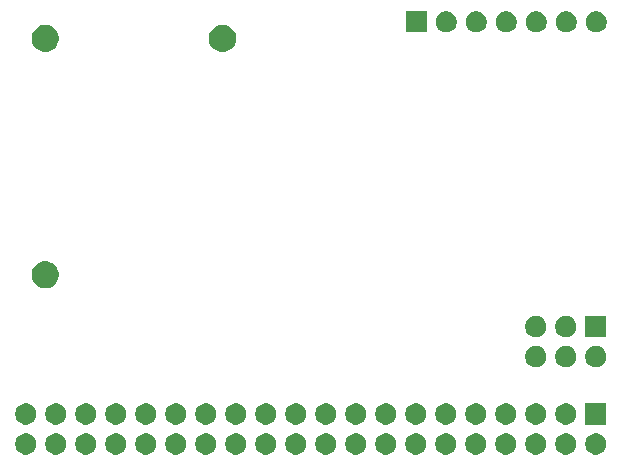
<source format=gbr>
%TF.GenerationSoftware,KiCad,Pcbnew,5.1.5*%
%TF.CreationDate,2020-05-13T22:00:42+02:00*%
%TF.ProjectId,thinkpad-keyboard,7468696e-6b70-4616-942d-6b6579626f61,rev?*%
%TF.SameCoordinates,Original*%
%TF.FileFunction,Soldermask,Bot*%
%TF.FilePolarity,Negative*%
%FSLAX46Y46*%
G04 Gerber Fmt 4.6, Leading zero omitted, Abs format (unit mm)*
G04 Created by KiCad (PCBNEW 5.1.5) date 2020-05-13 22:00:42*
%MOMM*%
%LPD*%
G04 APERTURE LIST*
%ADD10C,0.050000*%
G04 APERTURE END LIST*
D10*
G36*
X150113512Y-106443927D02*
G01*
X150262812Y-106473624D01*
X150426784Y-106541544D01*
X150574354Y-106640147D01*
X150699853Y-106765646D01*
X150798456Y-106913216D01*
X150866376Y-107077188D01*
X150901000Y-107251259D01*
X150901000Y-107428741D01*
X150866376Y-107602812D01*
X150798456Y-107766784D01*
X150699853Y-107914354D01*
X150574354Y-108039853D01*
X150426784Y-108138456D01*
X150262812Y-108206376D01*
X150113512Y-108236073D01*
X150088742Y-108241000D01*
X149911258Y-108241000D01*
X149886488Y-108236073D01*
X149737188Y-108206376D01*
X149573216Y-108138456D01*
X149425646Y-108039853D01*
X149300147Y-107914354D01*
X149201544Y-107766784D01*
X149133624Y-107602812D01*
X149099000Y-107428741D01*
X149099000Y-107251259D01*
X149133624Y-107077188D01*
X149201544Y-106913216D01*
X149300147Y-106765646D01*
X149425646Y-106640147D01*
X149573216Y-106541544D01*
X149737188Y-106473624D01*
X149886488Y-106443927D01*
X149911258Y-106439000D01*
X150088742Y-106439000D01*
X150113512Y-106443927D01*
G37*
G36*
X124713512Y-106443927D02*
G01*
X124862812Y-106473624D01*
X125026784Y-106541544D01*
X125174354Y-106640147D01*
X125299853Y-106765646D01*
X125398456Y-106913216D01*
X125466376Y-107077188D01*
X125501000Y-107251259D01*
X125501000Y-107428741D01*
X125466376Y-107602812D01*
X125398456Y-107766784D01*
X125299853Y-107914354D01*
X125174354Y-108039853D01*
X125026784Y-108138456D01*
X124862812Y-108206376D01*
X124713512Y-108236073D01*
X124688742Y-108241000D01*
X124511258Y-108241000D01*
X124486488Y-108236073D01*
X124337188Y-108206376D01*
X124173216Y-108138456D01*
X124025646Y-108039853D01*
X123900147Y-107914354D01*
X123801544Y-107766784D01*
X123733624Y-107602812D01*
X123699000Y-107428741D01*
X123699000Y-107251259D01*
X123733624Y-107077188D01*
X123801544Y-106913216D01*
X123900147Y-106765646D01*
X124025646Y-106640147D01*
X124173216Y-106541544D01*
X124337188Y-106473624D01*
X124486488Y-106443927D01*
X124511258Y-106439000D01*
X124688742Y-106439000D01*
X124713512Y-106443927D01*
G37*
G36*
X101853512Y-106443927D02*
G01*
X102002812Y-106473624D01*
X102166784Y-106541544D01*
X102314354Y-106640147D01*
X102439853Y-106765646D01*
X102538456Y-106913216D01*
X102606376Y-107077188D01*
X102641000Y-107251259D01*
X102641000Y-107428741D01*
X102606376Y-107602812D01*
X102538456Y-107766784D01*
X102439853Y-107914354D01*
X102314354Y-108039853D01*
X102166784Y-108138456D01*
X102002812Y-108206376D01*
X101853512Y-108236073D01*
X101828742Y-108241000D01*
X101651258Y-108241000D01*
X101626488Y-108236073D01*
X101477188Y-108206376D01*
X101313216Y-108138456D01*
X101165646Y-108039853D01*
X101040147Y-107914354D01*
X100941544Y-107766784D01*
X100873624Y-107602812D01*
X100839000Y-107428741D01*
X100839000Y-107251259D01*
X100873624Y-107077188D01*
X100941544Y-106913216D01*
X101040147Y-106765646D01*
X101165646Y-106640147D01*
X101313216Y-106541544D01*
X101477188Y-106473624D01*
X101626488Y-106443927D01*
X101651258Y-106439000D01*
X101828742Y-106439000D01*
X101853512Y-106443927D01*
G37*
G36*
X104393512Y-106443927D02*
G01*
X104542812Y-106473624D01*
X104706784Y-106541544D01*
X104854354Y-106640147D01*
X104979853Y-106765646D01*
X105078456Y-106913216D01*
X105146376Y-107077188D01*
X105181000Y-107251259D01*
X105181000Y-107428741D01*
X105146376Y-107602812D01*
X105078456Y-107766784D01*
X104979853Y-107914354D01*
X104854354Y-108039853D01*
X104706784Y-108138456D01*
X104542812Y-108206376D01*
X104393512Y-108236073D01*
X104368742Y-108241000D01*
X104191258Y-108241000D01*
X104166488Y-108236073D01*
X104017188Y-108206376D01*
X103853216Y-108138456D01*
X103705646Y-108039853D01*
X103580147Y-107914354D01*
X103481544Y-107766784D01*
X103413624Y-107602812D01*
X103379000Y-107428741D01*
X103379000Y-107251259D01*
X103413624Y-107077188D01*
X103481544Y-106913216D01*
X103580147Y-106765646D01*
X103705646Y-106640147D01*
X103853216Y-106541544D01*
X104017188Y-106473624D01*
X104166488Y-106443927D01*
X104191258Y-106439000D01*
X104368742Y-106439000D01*
X104393512Y-106443927D01*
G37*
G36*
X106933512Y-106443927D02*
G01*
X107082812Y-106473624D01*
X107246784Y-106541544D01*
X107394354Y-106640147D01*
X107519853Y-106765646D01*
X107618456Y-106913216D01*
X107686376Y-107077188D01*
X107721000Y-107251259D01*
X107721000Y-107428741D01*
X107686376Y-107602812D01*
X107618456Y-107766784D01*
X107519853Y-107914354D01*
X107394354Y-108039853D01*
X107246784Y-108138456D01*
X107082812Y-108206376D01*
X106933512Y-108236073D01*
X106908742Y-108241000D01*
X106731258Y-108241000D01*
X106706488Y-108236073D01*
X106557188Y-108206376D01*
X106393216Y-108138456D01*
X106245646Y-108039853D01*
X106120147Y-107914354D01*
X106021544Y-107766784D01*
X105953624Y-107602812D01*
X105919000Y-107428741D01*
X105919000Y-107251259D01*
X105953624Y-107077188D01*
X106021544Y-106913216D01*
X106120147Y-106765646D01*
X106245646Y-106640147D01*
X106393216Y-106541544D01*
X106557188Y-106473624D01*
X106706488Y-106443927D01*
X106731258Y-106439000D01*
X106908742Y-106439000D01*
X106933512Y-106443927D01*
G37*
G36*
X109473512Y-106443927D02*
G01*
X109622812Y-106473624D01*
X109786784Y-106541544D01*
X109934354Y-106640147D01*
X110059853Y-106765646D01*
X110158456Y-106913216D01*
X110226376Y-107077188D01*
X110261000Y-107251259D01*
X110261000Y-107428741D01*
X110226376Y-107602812D01*
X110158456Y-107766784D01*
X110059853Y-107914354D01*
X109934354Y-108039853D01*
X109786784Y-108138456D01*
X109622812Y-108206376D01*
X109473512Y-108236073D01*
X109448742Y-108241000D01*
X109271258Y-108241000D01*
X109246488Y-108236073D01*
X109097188Y-108206376D01*
X108933216Y-108138456D01*
X108785646Y-108039853D01*
X108660147Y-107914354D01*
X108561544Y-107766784D01*
X108493624Y-107602812D01*
X108459000Y-107428741D01*
X108459000Y-107251259D01*
X108493624Y-107077188D01*
X108561544Y-106913216D01*
X108660147Y-106765646D01*
X108785646Y-106640147D01*
X108933216Y-106541544D01*
X109097188Y-106473624D01*
X109246488Y-106443927D01*
X109271258Y-106439000D01*
X109448742Y-106439000D01*
X109473512Y-106443927D01*
G37*
G36*
X112013512Y-106443927D02*
G01*
X112162812Y-106473624D01*
X112326784Y-106541544D01*
X112474354Y-106640147D01*
X112599853Y-106765646D01*
X112698456Y-106913216D01*
X112766376Y-107077188D01*
X112801000Y-107251259D01*
X112801000Y-107428741D01*
X112766376Y-107602812D01*
X112698456Y-107766784D01*
X112599853Y-107914354D01*
X112474354Y-108039853D01*
X112326784Y-108138456D01*
X112162812Y-108206376D01*
X112013512Y-108236073D01*
X111988742Y-108241000D01*
X111811258Y-108241000D01*
X111786488Y-108236073D01*
X111637188Y-108206376D01*
X111473216Y-108138456D01*
X111325646Y-108039853D01*
X111200147Y-107914354D01*
X111101544Y-107766784D01*
X111033624Y-107602812D01*
X110999000Y-107428741D01*
X110999000Y-107251259D01*
X111033624Y-107077188D01*
X111101544Y-106913216D01*
X111200147Y-106765646D01*
X111325646Y-106640147D01*
X111473216Y-106541544D01*
X111637188Y-106473624D01*
X111786488Y-106443927D01*
X111811258Y-106439000D01*
X111988742Y-106439000D01*
X112013512Y-106443927D01*
G37*
G36*
X114553512Y-106443927D02*
G01*
X114702812Y-106473624D01*
X114866784Y-106541544D01*
X115014354Y-106640147D01*
X115139853Y-106765646D01*
X115238456Y-106913216D01*
X115306376Y-107077188D01*
X115341000Y-107251259D01*
X115341000Y-107428741D01*
X115306376Y-107602812D01*
X115238456Y-107766784D01*
X115139853Y-107914354D01*
X115014354Y-108039853D01*
X114866784Y-108138456D01*
X114702812Y-108206376D01*
X114553512Y-108236073D01*
X114528742Y-108241000D01*
X114351258Y-108241000D01*
X114326488Y-108236073D01*
X114177188Y-108206376D01*
X114013216Y-108138456D01*
X113865646Y-108039853D01*
X113740147Y-107914354D01*
X113641544Y-107766784D01*
X113573624Y-107602812D01*
X113539000Y-107428741D01*
X113539000Y-107251259D01*
X113573624Y-107077188D01*
X113641544Y-106913216D01*
X113740147Y-106765646D01*
X113865646Y-106640147D01*
X114013216Y-106541544D01*
X114177188Y-106473624D01*
X114326488Y-106443927D01*
X114351258Y-106439000D01*
X114528742Y-106439000D01*
X114553512Y-106443927D01*
G37*
G36*
X117093512Y-106443927D02*
G01*
X117242812Y-106473624D01*
X117406784Y-106541544D01*
X117554354Y-106640147D01*
X117679853Y-106765646D01*
X117778456Y-106913216D01*
X117846376Y-107077188D01*
X117881000Y-107251259D01*
X117881000Y-107428741D01*
X117846376Y-107602812D01*
X117778456Y-107766784D01*
X117679853Y-107914354D01*
X117554354Y-108039853D01*
X117406784Y-108138456D01*
X117242812Y-108206376D01*
X117093512Y-108236073D01*
X117068742Y-108241000D01*
X116891258Y-108241000D01*
X116866488Y-108236073D01*
X116717188Y-108206376D01*
X116553216Y-108138456D01*
X116405646Y-108039853D01*
X116280147Y-107914354D01*
X116181544Y-107766784D01*
X116113624Y-107602812D01*
X116079000Y-107428741D01*
X116079000Y-107251259D01*
X116113624Y-107077188D01*
X116181544Y-106913216D01*
X116280147Y-106765646D01*
X116405646Y-106640147D01*
X116553216Y-106541544D01*
X116717188Y-106473624D01*
X116866488Y-106443927D01*
X116891258Y-106439000D01*
X117068742Y-106439000D01*
X117093512Y-106443927D01*
G37*
G36*
X119633512Y-106443927D02*
G01*
X119782812Y-106473624D01*
X119946784Y-106541544D01*
X120094354Y-106640147D01*
X120219853Y-106765646D01*
X120318456Y-106913216D01*
X120386376Y-107077188D01*
X120421000Y-107251259D01*
X120421000Y-107428741D01*
X120386376Y-107602812D01*
X120318456Y-107766784D01*
X120219853Y-107914354D01*
X120094354Y-108039853D01*
X119946784Y-108138456D01*
X119782812Y-108206376D01*
X119633512Y-108236073D01*
X119608742Y-108241000D01*
X119431258Y-108241000D01*
X119406488Y-108236073D01*
X119257188Y-108206376D01*
X119093216Y-108138456D01*
X118945646Y-108039853D01*
X118820147Y-107914354D01*
X118721544Y-107766784D01*
X118653624Y-107602812D01*
X118619000Y-107428741D01*
X118619000Y-107251259D01*
X118653624Y-107077188D01*
X118721544Y-106913216D01*
X118820147Y-106765646D01*
X118945646Y-106640147D01*
X119093216Y-106541544D01*
X119257188Y-106473624D01*
X119406488Y-106443927D01*
X119431258Y-106439000D01*
X119608742Y-106439000D01*
X119633512Y-106443927D01*
G37*
G36*
X122173512Y-106443927D02*
G01*
X122322812Y-106473624D01*
X122486784Y-106541544D01*
X122634354Y-106640147D01*
X122759853Y-106765646D01*
X122858456Y-106913216D01*
X122926376Y-107077188D01*
X122961000Y-107251259D01*
X122961000Y-107428741D01*
X122926376Y-107602812D01*
X122858456Y-107766784D01*
X122759853Y-107914354D01*
X122634354Y-108039853D01*
X122486784Y-108138456D01*
X122322812Y-108206376D01*
X122173512Y-108236073D01*
X122148742Y-108241000D01*
X121971258Y-108241000D01*
X121946488Y-108236073D01*
X121797188Y-108206376D01*
X121633216Y-108138456D01*
X121485646Y-108039853D01*
X121360147Y-107914354D01*
X121261544Y-107766784D01*
X121193624Y-107602812D01*
X121159000Y-107428741D01*
X121159000Y-107251259D01*
X121193624Y-107077188D01*
X121261544Y-106913216D01*
X121360147Y-106765646D01*
X121485646Y-106640147D01*
X121633216Y-106541544D01*
X121797188Y-106473624D01*
X121946488Y-106443927D01*
X121971258Y-106439000D01*
X122148742Y-106439000D01*
X122173512Y-106443927D01*
G37*
G36*
X129793512Y-106443927D02*
G01*
X129942812Y-106473624D01*
X130106784Y-106541544D01*
X130254354Y-106640147D01*
X130379853Y-106765646D01*
X130478456Y-106913216D01*
X130546376Y-107077188D01*
X130581000Y-107251259D01*
X130581000Y-107428741D01*
X130546376Y-107602812D01*
X130478456Y-107766784D01*
X130379853Y-107914354D01*
X130254354Y-108039853D01*
X130106784Y-108138456D01*
X129942812Y-108206376D01*
X129793512Y-108236073D01*
X129768742Y-108241000D01*
X129591258Y-108241000D01*
X129566488Y-108236073D01*
X129417188Y-108206376D01*
X129253216Y-108138456D01*
X129105646Y-108039853D01*
X128980147Y-107914354D01*
X128881544Y-107766784D01*
X128813624Y-107602812D01*
X128779000Y-107428741D01*
X128779000Y-107251259D01*
X128813624Y-107077188D01*
X128881544Y-106913216D01*
X128980147Y-106765646D01*
X129105646Y-106640147D01*
X129253216Y-106541544D01*
X129417188Y-106473624D01*
X129566488Y-106443927D01*
X129591258Y-106439000D01*
X129768742Y-106439000D01*
X129793512Y-106443927D01*
G37*
G36*
X132333512Y-106443927D02*
G01*
X132482812Y-106473624D01*
X132646784Y-106541544D01*
X132794354Y-106640147D01*
X132919853Y-106765646D01*
X133018456Y-106913216D01*
X133086376Y-107077188D01*
X133121000Y-107251259D01*
X133121000Y-107428741D01*
X133086376Y-107602812D01*
X133018456Y-107766784D01*
X132919853Y-107914354D01*
X132794354Y-108039853D01*
X132646784Y-108138456D01*
X132482812Y-108206376D01*
X132333512Y-108236073D01*
X132308742Y-108241000D01*
X132131258Y-108241000D01*
X132106488Y-108236073D01*
X131957188Y-108206376D01*
X131793216Y-108138456D01*
X131645646Y-108039853D01*
X131520147Y-107914354D01*
X131421544Y-107766784D01*
X131353624Y-107602812D01*
X131319000Y-107428741D01*
X131319000Y-107251259D01*
X131353624Y-107077188D01*
X131421544Y-106913216D01*
X131520147Y-106765646D01*
X131645646Y-106640147D01*
X131793216Y-106541544D01*
X131957188Y-106473624D01*
X132106488Y-106443927D01*
X132131258Y-106439000D01*
X132308742Y-106439000D01*
X132333512Y-106443927D01*
G37*
G36*
X134873512Y-106443927D02*
G01*
X135022812Y-106473624D01*
X135186784Y-106541544D01*
X135334354Y-106640147D01*
X135459853Y-106765646D01*
X135558456Y-106913216D01*
X135626376Y-107077188D01*
X135661000Y-107251259D01*
X135661000Y-107428741D01*
X135626376Y-107602812D01*
X135558456Y-107766784D01*
X135459853Y-107914354D01*
X135334354Y-108039853D01*
X135186784Y-108138456D01*
X135022812Y-108206376D01*
X134873512Y-108236073D01*
X134848742Y-108241000D01*
X134671258Y-108241000D01*
X134646488Y-108236073D01*
X134497188Y-108206376D01*
X134333216Y-108138456D01*
X134185646Y-108039853D01*
X134060147Y-107914354D01*
X133961544Y-107766784D01*
X133893624Y-107602812D01*
X133859000Y-107428741D01*
X133859000Y-107251259D01*
X133893624Y-107077188D01*
X133961544Y-106913216D01*
X134060147Y-106765646D01*
X134185646Y-106640147D01*
X134333216Y-106541544D01*
X134497188Y-106473624D01*
X134646488Y-106443927D01*
X134671258Y-106439000D01*
X134848742Y-106439000D01*
X134873512Y-106443927D01*
G37*
G36*
X137413512Y-106443927D02*
G01*
X137562812Y-106473624D01*
X137726784Y-106541544D01*
X137874354Y-106640147D01*
X137999853Y-106765646D01*
X138098456Y-106913216D01*
X138166376Y-107077188D01*
X138201000Y-107251259D01*
X138201000Y-107428741D01*
X138166376Y-107602812D01*
X138098456Y-107766784D01*
X137999853Y-107914354D01*
X137874354Y-108039853D01*
X137726784Y-108138456D01*
X137562812Y-108206376D01*
X137413512Y-108236073D01*
X137388742Y-108241000D01*
X137211258Y-108241000D01*
X137186488Y-108236073D01*
X137037188Y-108206376D01*
X136873216Y-108138456D01*
X136725646Y-108039853D01*
X136600147Y-107914354D01*
X136501544Y-107766784D01*
X136433624Y-107602812D01*
X136399000Y-107428741D01*
X136399000Y-107251259D01*
X136433624Y-107077188D01*
X136501544Y-106913216D01*
X136600147Y-106765646D01*
X136725646Y-106640147D01*
X136873216Y-106541544D01*
X137037188Y-106473624D01*
X137186488Y-106443927D01*
X137211258Y-106439000D01*
X137388742Y-106439000D01*
X137413512Y-106443927D01*
G37*
G36*
X139953512Y-106443927D02*
G01*
X140102812Y-106473624D01*
X140266784Y-106541544D01*
X140414354Y-106640147D01*
X140539853Y-106765646D01*
X140638456Y-106913216D01*
X140706376Y-107077188D01*
X140741000Y-107251259D01*
X140741000Y-107428741D01*
X140706376Y-107602812D01*
X140638456Y-107766784D01*
X140539853Y-107914354D01*
X140414354Y-108039853D01*
X140266784Y-108138456D01*
X140102812Y-108206376D01*
X139953512Y-108236073D01*
X139928742Y-108241000D01*
X139751258Y-108241000D01*
X139726488Y-108236073D01*
X139577188Y-108206376D01*
X139413216Y-108138456D01*
X139265646Y-108039853D01*
X139140147Y-107914354D01*
X139041544Y-107766784D01*
X138973624Y-107602812D01*
X138939000Y-107428741D01*
X138939000Y-107251259D01*
X138973624Y-107077188D01*
X139041544Y-106913216D01*
X139140147Y-106765646D01*
X139265646Y-106640147D01*
X139413216Y-106541544D01*
X139577188Y-106473624D01*
X139726488Y-106443927D01*
X139751258Y-106439000D01*
X139928742Y-106439000D01*
X139953512Y-106443927D01*
G37*
G36*
X142493512Y-106443927D02*
G01*
X142642812Y-106473624D01*
X142806784Y-106541544D01*
X142954354Y-106640147D01*
X143079853Y-106765646D01*
X143178456Y-106913216D01*
X143246376Y-107077188D01*
X143281000Y-107251259D01*
X143281000Y-107428741D01*
X143246376Y-107602812D01*
X143178456Y-107766784D01*
X143079853Y-107914354D01*
X142954354Y-108039853D01*
X142806784Y-108138456D01*
X142642812Y-108206376D01*
X142493512Y-108236073D01*
X142468742Y-108241000D01*
X142291258Y-108241000D01*
X142266488Y-108236073D01*
X142117188Y-108206376D01*
X141953216Y-108138456D01*
X141805646Y-108039853D01*
X141680147Y-107914354D01*
X141581544Y-107766784D01*
X141513624Y-107602812D01*
X141479000Y-107428741D01*
X141479000Y-107251259D01*
X141513624Y-107077188D01*
X141581544Y-106913216D01*
X141680147Y-106765646D01*
X141805646Y-106640147D01*
X141953216Y-106541544D01*
X142117188Y-106473624D01*
X142266488Y-106443927D01*
X142291258Y-106439000D01*
X142468742Y-106439000D01*
X142493512Y-106443927D01*
G37*
G36*
X145033512Y-106443927D02*
G01*
X145182812Y-106473624D01*
X145346784Y-106541544D01*
X145494354Y-106640147D01*
X145619853Y-106765646D01*
X145718456Y-106913216D01*
X145786376Y-107077188D01*
X145821000Y-107251259D01*
X145821000Y-107428741D01*
X145786376Y-107602812D01*
X145718456Y-107766784D01*
X145619853Y-107914354D01*
X145494354Y-108039853D01*
X145346784Y-108138456D01*
X145182812Y-108206376D01*
X145033512Y-108236073D01*
X145008742Y-108241000D01*
X144831258Y-108241000D01*
X144806488Y-108236073D01*
X144657188Y-108206376D01*
X144493216Y-108138456D01*
X144345646Y-108039853D01*
X144220147Y-107914354D01*
X144121544Y-107766784D01*
X144053624Y-107602812D01*
X144019000Y-107428741D01*
X144019000Y-107251259D01*
X144053624Y-107077188D01*
X144121544Y-106913216D01*
X144220147Y-106765646D01*
X144345646Y-106640147D01*
X144493216Y-106541544D01*
X144657188Y-106473624D01*
X144806488Y-106443927D01*
X144831258Y-106439000D01*
X145008742Y-106439000D01*
X145033512Y-106443927D01*
G37*
G36*
X147573512Y-106443927D02*
G01*
X147722812Y-106473624D01*
X147886784Y-106541544D01*
X148034354Y-106640147D01*
X148159853Y-106765646D01*
X148258456Y-106913216D01*
X148326376Y-107077188D01*
X148361000Y-107251259D01*
X148361000Y-107428741D01*
X148326376Y-107602812D01*
X148258456Y-107766784D01*
X148159853Y-107914354D01*
X148034354Y-108039853D01*
X147886784Y-108138456D01*
X147722812Y-108206376D01*
X147573512Y-108236073D01*
X147548742Y-108241000D01*
X147371258Y-108241000D01*
X147346488Y-108236073D01*
X147197188Y-108206376D01*
X147033216Y-108138456D01*
X146885646Y-108039853D01*
X146760147Y-107914354D01*
X146661544Y-107766784D01*
X146593624Y-107602812D01*
X146559000Y-107428741D01*
X146559000Y-107251259D01*
X146593624Y-107077188D01*
X146661544Y-106913216D01*
X146760147Y-106765646D01*
X146885646Y-106640147D01*
X147033216Y-106541544D01*
X147197188Y-106473624D01*
X147346488Y-106443927D01*
X147371258Y-106439000D01*
X147548742Y-106439000D01*
X147573512Y-106443927D01*
G37*
G36*
X127253512Y-106443927D02*
G01*
X127402812Y-106473624D01*
X127566784Y-106541544D01*
X127714354Y-106640147D01*
X127839853Y-106765646D01*
X127938456Y-106913216D01*
X128006376Y-107077188D01*
X128041000Y-107251259D01*
X128041000Y-107428741D01*
X128006376Y-107602812D01*
X127938456Y-107766784D01*
X127839853Y-107914354D01*
X127714354Y-108039853D01*
X127566784Y-108138456D01*
X127402812Y-108206376D01*
X127253512Y-108236073D01*
X127228742Y-108241000D01*
X127051258Y-108241000D01*
X127026488Y-108236073D01*
X126877188Y-108206376D01*
X126713216Y-108138456D01*
X126565646Y-108039853D01*
X126440147Y-107914354D01*
X126341544Y-107766784D01*
X126273624Y-107602812D01*
X126239000Y-107428741D01*
X126239000Y-107251259D01*
X126273624Y-107077188D01*
X126341544Y-106913216D01*
X126440147Y-106765646D01*
X126565646Y-106640147D01*
X126713216Y-106541544D01*
X126877188Y-106473624D01*
X127026488Y-106443927D01*
X127051258Y-106439000D01*
X127228742Y-106439000D01*
X127253512Y-106443927D01*
G37*
G36*
X127253512Y-103903927D02*
G01*
X127402812Y-103933624D01*
X127566784Y-104001544D01*
X127714354Y-104100147D01*
X127839853Y-104225646D01*
X127938456Y-104373216D01*
X128006376Y-104537188D01*
X128041000Y-104711259D01*
X128041000Y-104888741D01*
X128006376Y-105062812D01*
X127938456Y-105226784D01*
X127839853Y-105374354D01*
X127714354Y-105499853D01*
X127566784Y-105598456D01*
X127402812Y-105666376D01*
X127253512Y-105696073D01*
X127228742Y-105701000D01*
X127051258Y-105701000D01*
X127026488Y-105696073D01*
X126877188Y-105666376D01*
X126713216Y-105598456D01*
X126565646Y-105499853D01*
X126440147Y-105374354D01*
X126341544Y-105226784D01*
X126273624Y-105062812D01*
X126239000Y-104888741D01*
X126239000Y-104711259D01*
X126273624Y-104537188D01*
X126341544Y-104373216D01*
X126440147Y-104225646D01*
X126565646Y-104100147D01*
X126713216Y-104001544D01*
X126877188Y-103933624D01*
X127026488Y-103903927D01*
X127051258Y-103899000D01*
X127228742Y-103899000D01*
X127253512Y-103903927D01*
G37*
G36*
X117093512Y-103903927D02*
G01*
X117242812Y-103933624D01*
X117406784Y-104001544D01*
X117554354Y-104100147D01*
X117679853Y-104225646D01*
X117778456Y-104373216D01*
X117846376Y-104537188D01*
X117881000Y-104711259D01*
X117881000Y-104888741D01*
X117846376Y-105062812D01*
X117778456Y-105226784D01*
X117679853Y-105374354D01*
X117554354Y-105499853D01*
X117406784Y-105598456D01*
X117242812Y-105666376D01*
X117093512Y-105696073D01*
X117068742Y-105701000D01*
X116891258Y-105701000D01*
X116866488Y-105696073D01*
X116717188Y-105666376D01*
X116553216Y-105598456D01*
X116405646Y-105499853D01*
X116280147Y-105374354D01*
X116181544Y-105226784D01*
X116113624Y-105062812D01*
X116079000Y-104888741D01*
X116079000Y-104711259D01*
X116113624Y-104537188D01*
X116181544Y-104373216D01*
X116280147Y-104225646D01*
X116405646Y-104100147D01*
X116553216Y-104001544D01*
X116717188Y-103933624D01*
X116866488Y-103903927D01*
X116891258Y-103899000D01*
X117068742Y-103899000D01*
X117093512Y-103903927D01*
G37*
G36*
X129793512Y-103903927D02*
G01*
X129942812Y-103933624D01*
X130106784Y-104001544D01*
X130254354Y-104100147D01*
X130379853Y-104225646D01*
X130478456Y-104373216D01*
X130546376Y-104537188D01*
X130581000Y-104711259D01*
X130581000Y-104888741D01*
X130546376Y-105062812D01*
X130478456Y-105226784D01*
X130379853Y-105374354D01*
X130254354Y-105499853D01*
X130106784Y-105598456D01*
X129942812Y-105666376D01*
X129793512Y-105696073D01*
X129768742Y-105701000D01*
X129591258Y-105701000D01*
X129566488Y-105696073D01*
X129417188Y-105666376D01*
X129253216Y-105598456D01*
X129105646Y-105499853D01*
X128980147Y-105374354D01*
X128881544Y-105226784D01*
X128813624Y-105062812D01*
X128779000Y-104888741D01*
X128779000Y-104711259D01*
X128813624Y-104537188D01*
X128881544Y-104373216D01*
X128980147Y-104225646D01*
X129105646Y-104100147D01*
X129253216Y-104001544D01*
X129417188Y-103933624D01*
X129566488Y-103903927D01*
X129591258Y-103899000D01*
X129768742Y-103899000D01*
X129793512Y-103903927D01*
G37*
G36*
X132333512Y-103903927D02*
G01*
X132482812Y-103933624D01*
X132646784Y-104001544D01*
X132794354Y-104100147D01*
X132919853Y-104225646D01*
X133018456Y-104373216D01*
X133086376Y-104537188D01*
X133121000Y-104711259D01*
X133121000Y-104888741D01*
X133086376Y-105062812D01*
X133018456Y-105226784D01*
X132919853Y-105374354D01*
X132794354Y-105499853D01*
X132646784Y-105598456D01*
X132482812Y-105666376D01*
X132333512Y-105696073D01*
X132308742Y-105701000D01*
X132131258Y-105701000D01*
X132106488Y-105696073D01*
X131957188Y-105666376D01*
X131793216Y-105598456D01*
X131645646Y-105499853D01*
X131520147Y-105374354D01*
X131421544Y-105226784D01*
X131353624Y-105062812D01*
X131319000Y-104888741D01*
X131319000Y-104711259D01*
X131353624Y-104537188D01*
X131421544Y-104373216D01*
X131520147Y-104225646D01*
X131645646Y-104100147D01*
X131793216Y-104001544D01*
X131957188Y-103933624D01*
X132106488Y-103903927D01*
X132131258Y-103899000D01*
X132308742Y-103899000D01*
X132333512Y-103903927D01*
G37*
G36*
X134873512Y-103903927D02*
G01*
X135022812Y-103933624D01*
X135186784Y-104001544D01*
X135334354Y-104100147D01*
X135459853Y-104225646D01*
X135558456Y-104373216D01*
X135626376Y-104537188D01*
X135661000Y-104711259D01*
X135661000Y-104888741D01*
X135626376Y-105062812D01*
X135558456Y-105226784D01*
X135459853Y-105374354D01*
X135334354Y-105499853D01*
X135186784Y-105598456D01*
X135022812Y-105666376D01*
X134873512Y-105696073D01*
X134848742Y-105701000D01*
X134671258Y-105701000D01*
X134646488Y-105696073D01*
X134497188Y-105666376D01*
X134333216Y-105598456D01*
X134185646Y-105499853D01*
X134060147Y-105374354D01*
X133961544Y-105226784D01*
X133893624Y-105062812D01*
X133859000Y-104888741D01*
X133859000Y-104711259D01*
X133893624Y-104537188D01*
X133961544Y-104373216D01*
X134060147Y-104225646D01*
X134185646Y-104100147D01*
X134333216Y-104001544D01*
X134497188Y-103933624D01*
X134646488Y-103903927D01*
X134671258Y-103899000D01*
X134848742Y-103899000D01*
X134873512Y-103903927D01*
G37*
G36*
X137413512Y-103903927D02*
G01*
X137562812Y-103933624D01*
X137726784Y-104001544D01*
X137874354Y-104100147D01*
X137999853Y-104225646D01*
X138098456Y-104373216D01*
X138166376Y-104537188D01*
X138201000Y-104711259D01*
X138201000Y-104888741D01*
X138166376Y-105062812D01*
X138098456Y-105226784D01*
X137999853Y-105374354D01*
X137874354Y-105499853D01*
X137726784Y-105598456D01*
X137562812Y-105666376D01*
X137413512Y-105696073D01*
X137388742Y-105701000D01*
X137211258Y-105701000D01*
X137186488Y-105696073D01*
X137037188Y-105666376D01*
X136873216Y-105598456D01*
X136725646Y-105499853D01*
X136600147Y-105374354D01*
X136501544Y-105226784D01*
X136433624Y-105062812D01*
X136399000Y-104888741D01*
X136399000Y-104711259D01*
X136433624Y-104537188D01*
X136501544Y-104373216D01*
X136600147Y-104225646D01*
X136725646Y-104100147D01*
X136873216Y-104001544D01*
X137037188Y-103933624D01*
X137186488Y-103903927D01*
X137211258Y-103899000D01*
X137388742Y-103899000D01*
X137413512Y-103903927D01*
G37*
G36*
X139953512Y-103903927D02*
G01*
X140102812Y-103933624D01*
X140266784Y-104001544D01*
X140414354Y-104100147D01*
X140539853Y-104225646D01*
X140638456Y-104373216D01*
X140706376Y-104537188D01*
X140741000Y-104711259D01*
X140741000Y-104888741D01*
X140706376Y-105062812D01*
X140638456Y-105226784D01*
X140539853Y-105374354D01*
X140414354Y-105499853D01*
X140266784Y-105598456D01*
X140102812Y-105666376D01*
X139953512Y-105696073D01*
X139928742Y-105701000D01*
X139751258Y-105701000D01*
X139726488Y-105696073D01*
X139577188Y-105666376D01*
X139413216Y-105598456D01*
X139265646Y-105499853D01*
X139140147Y-105374354D01*
X139041544Y-105226784D01*
X138973624Y-105062812D01*
X138939000Y-104888741D01*
X138939000Y-104711259D01*
X138973624Y-104537188D01*
X139041544Y-104373216D01*
X139140147Y-104225646D01*
X139265646Y-104100147D01*
X139413216Y-104001544D01*
X139577188Y-103933624D01*
X139726488Y-103903927D01*
X139751258Y-103899000D01*
X139928742Y-103899000D01*
X139953512Y-103903927D01*
G37*
G36*
X142493512Y-103903927D02*
G01*
X142642812Y-103933624D01*
X142806784Y-104001544D01*
X142954354Y-104100147D01*
X143079853Y-104225646D01*
X143178456Y-104373216D01*
X143246376Y-104537188D01*
X143281000Y-104711259D01*
X143281000Y-104888741D01*
X143246376Y-105062812D01*
X143178456Y-105226784D01*
X143079853Y-105374354D01*
X142954354Y-105499853D01*
X142806784Y-105598456D01*
X142642812Y-105666376D01*
X142493512Y-105696073D01*
X142468742Y-105701000D01*
X142291258Y-105701000D01*
X142266488Y-105696073D01*
X142117188Y-105666376D01*
X141953216Y-105598456D01*
X141805646Y-105499853D01*
X141680147Y-105374354D01*
X141581544Y-105226784D01*
X141513624Y-105062812D01*
X141479000Y-104888741D01*
X141479000Y-104711259D01*
X141513624Y-104537188D01*
X141581544Y-104373216D01*
X141680147Y-104225646D01*
X141805646Y-104100147D01*
X141953216Y-104001544D01*
X142117188Y-103933624D01*
X142266488Y-103903927D01*
X142291258Y-103899000D01*
X142468742Y-103899000D01*
X142493512Y-103903927D01*
G37*
G36*
X145033512Y-103903927D02*
G01*
X145182812Y-103933624D01*
X145346784Y-104001544D01*
X145494354Y-104100147D01*
X145619853Y-104225646D01*
X145718456Y-104373216D01*
X145786376Y-104537188D01*
X145821000Y-104711259D01*
X145821000Y-104888741D01*
X145786376Y-105062812D01*
X145718456Y-105226784D01*
X145619853Y-105374354D01*
X145494354Y-105499853D01*
X145346784Y-105598456D01*
X145182812Y-105666376D01*
X145033512Y-105696073D01*
X145008742Y-105701000D01*
X144831258Y-105701000D01*
X144806488Y-105696073D01*
X144657188Y-105666376D01*
X144493216Y-105598456D01*
X144345646Y-105499853D01*
X144220147Y-105374354D01*
X144121544Y-105226784D01*
X144053624Y-105062812D01*
X144019000Y-104888741D01*
X144019000Y-104711259D01*
X144053624Y-104537188D01*
X144121544Y-104373216D01*
X144220147Y-104225646D01*
X144345646Y-104100147D01*
X144493216Y-104001544D01*
X144657188Y-103933624D01*
X144806488Y-103903927D01*
X144831258Y-103899000D01*
X145008742Y-103899000D01*
X145033512Y-103903927D01*
G37*
G36*
X147573512Y-103903927D02*
G01*
X147722812Y-103933624D01*
X147886784Y-104001544D01*
X148034354Y-104100147D01*
X148159853Y-104225646D01*
X148258456Y-104373216D01*
X148326376Y-104537188D01*
X148361000Y-104711259D01*
X148361000Y-104888741D01*
X148326376Y-105062812D01*
X148258456Y-105226784D01*
X148159853Y-105374354D01*
X148034354Y-105499853D01*
X147886784Y-105598456D01*
X147722812Y-105666376D01*
X147573512Y-105696073D01*
X147548742Y-105701000D01*
X147371258Y-105701000D01*
X147346488Y-105696073D01*
X147197188Y-105666376D01*
X147033216Y-105598456D01*
X146885646Y-105499853D01*
X146760147Y-105374354D01*
X146661544Y-105226784D01*
X146593624Y-105062812D01*
X146559000Y-104888741D01*
X146559000Y-104711259D01*
X146593624Y-104537188D01*
X146661544Y-104373216D01*
X146760147Y-104225646D01*
X146885646Y-104100147D01*
X147033216Y-104001544D01*
X147197188Y-103933624D01*
X147346488Y-103903927D01*
X147371258Y-103899000D01*
X147548742Y-103899000D01*
X147573512Y-103903927D01*
G37*
G36*
X119633512Y-103903927D02*
G01*
X119782812Y-103933624D01*
X119946784Y-104001544D01*
X120094354Y-104100147D01*
X120219853Y-104225646D01*
X120318456Y-104373216D01*
X120386376Y-104537188D01*
X120421000Y-104711259D01*
X120421000Y-104888741D01*
X120386376Y-105062812D01*
X120318456Y-105226784D01*
X120219853Y-105374354D01*
X120094354Y-105499853D01*
X119946784Y-105598456D01*
X119782812Y-105666376D01*
X119633512Y-105696073D01*
X119608742Y-105701000D01*
X119431258Y-105701000D01*
X119406488Y-105696073D01*
X119257188Y-105666376D01*
X119093216Y-105598456D01*
X118945646Y-105499853D01*
X118820147Y-105374354D01*
X118721544Y-105226784D01*
X118653624Y-105062812D01*
X118619000Y-104888741D01*
X118619000Y-104711259D01*
X118653624Y-104537188D01*
X118721544Y-104373216D01*
X118820147Y-104225646D01*
X118945646Y-104100147D01*
X119093216Y-104001544D01*
X119257188Y-103933624D01*
X119406488Y-103903927D01*
X119431258Y-103899000D01*
X119608742Y-103899000D01*
X119633512Y-103903927D01*
G37*
G36*
X150901000Y-105701000D02*
G01*
X149099000Y-105701000D01*
X149099000Y-103899000D01*
X150901000Y-103899000D01*
X150901000Y-105701000D01*
G37*
G36*
X114553512Y-103903927D02*
G01*
X114702812Y-103933624D01*
X114866784Y-104001544D01*
X115014354Y-104100147D01*
X115139853Y-104225646D01*
X115238456Y-104373216D01*
X115306376Y-104537188D01*
X115341000Y-104711259D01*
X115341000Y-104888741D01*
X115306376Y-105062812D01*
X115238456Y-105226784D01*
X115139853Y-105374354D01*
X115014354Y-105499853D01*
X114866784Y-105598456D01*
X114702812Y-105666376D01*
X114553512Y-105696073D01*
X114528742Y-105701000D01*
X114351258Y-105701000D01*
X114326488Y-105696073D01*
X114177188Y-105666376D01*
X114013216Y-105598456D01*
X113865646Y-105499853D01*
X113740147Y-105374354D01*
X113641544Y-105226784D01*
X113573624Y-105062812D01*
X113539000Y-104888741D01*
X113539000Y-104711259D01*
X113573624Y-104537188D01*
X113641544Y-104373216D01*
X113740147Y-104225646D01*
X113865646Y-104100147D01*
X114013216Y-104001544D01*
X114177188Y-103933624D01*
X114326488Y-103903927D01*
X114351258Y-103899000D01*
X114528742Y-103899000D01*
X114553512Y-103903927D01*
G37*
G36*
X101853512Y-103903927D02*
G01*
X102002812Y-103933624D01*
X102166784Y-104001544D01*
X102314354Y-104100147D01*
X102439853Y-104225646D01*
X102538456Y-104373216D01*
X102606376Y-104537188D01*
X102641000Y-104711259D01*
X102641000Y-104888741D01*
X102606376Y-105062812D01*
X102538456Y-105226784D01*
X102439853Y-105374354D01*
X102314354Y-105499853D01*
X102166784Y-105598456D01*
X102002812Y-105666376D01*
X101853512Y-105696073D01*
X101828742Y-105701000D01*
X101651258Y-105701000D01*
X101626488Y-105696073D01*
X101477188Y-105666376D01*
X101313216Y-105598456D01*
X101165646Y-105499853D01*
X101040147Y-105374354D01*
X100941544Y-105226784D01*
X100873624Y-105062812D01*
X100839000Y-104888741D01*
X100839000Y-104711259D01*
X100873624Y-104537188D01*
X100941544Y-104373216D01*
X101040147Y-104225646D01*
X101165646Y-104100147D01*
X101313216Y-104001544D01*
X101477188Y-103933624D01*
X101626488Y-103903927D01*
X101651258Y-103899000D01*
X101828742Y-103899000D01*
X101853512Y-103903927D01*
G37*
G36*
X112013512Y-103903927D02*
G01*
X112162812Y-103933624D01*
X112326784Y-104001544D01*
X112474354Y-104100147D01*
X112599853Y-104225646D01*
X112698456Y-104373216D01*
X112766376Y-104537188D01*
X112801000Y-104711259D01*
X112801000Y-104888741D01*
X112766376Y-105062812D01*
X112698456Y-105226784D01*
X112599853Y-105374354D01*
X112474354Y-105499853D01*
X112326784Y-105598456D01*
X112162812Y-105666376D01*
X112013512Y-105696073D01*
X111988742Y-105701000D01*
X111811258Y-105701000D01*
X111786488Y-105696073D01*
X111637188Y-105666376D01*
X111473216Y-105598456D01*
X111325646Y-105499853D01*
X111200147Y-105374354D01*
X111101544Y-105226784D01*
X111033624Y-105062812D01*
X110999000Y-104888741D01*
X110999000Y-104711259D01*
X111033624Y-104537188D01*
X111101544Y-104373216D01*
X111200147Y-104225646D01*
X111325646Y-104100147D01*
X111473216Y-104001544D01*
X111637188Y-103933624D01*
X111786488Y-103903927D01*
X111811258Y-103899000D01*
X111988742Y-103899000D01*
X112013512Y-103903927D01*
G37*
G36*
X104393512Y-103903927D02*
G01*
X104542812Y-103933624D01*
X104706784Y-104001544D01*
X104854354Y-104100147D01*
X104979853Y-104225646D01*
X105078456Y-104373216D01*
X105146376Y-104537188D01*
X105181000Y-104711259D01*
X105181000Y-104888741D01*
X105146376Y-105062812D01*
X105078456Y-105226784D01*
X104979853Y-105374354D01*
X104854354Y-105499853D01*
X104706784Y-105598456D01*
X104542812Y-105666376D01*
X104393512Y-105696073D01*
X104368742Y-105701000D01*
X104191258Y-105701000D01*
X104166488Y-105696073D01*
X104017188Y-105666376D01*
X103853216Y-105598456D01*
X103705646Y-105499853D01*
X103580147Y-105374354D01*
X103481544Y-105226784D01*
X103413624Y-105062812D01*
X103379000Y-104888741D01*
X103379000Y-104711259D01*
X103413624Y-104537188D01*
X103481544Y-104373216D01*
X103580147Y-104225646D01*
X103705646Y-104100147D01*
X103853216Y-104001544D01*
X104017188Y-103933624D01*
X104166488Y-103903927D01*
X104191258Y-103899000D01*
X104368742Y-103899000D01*
X104393512Y-103903927D01*
G37*
G36*
X109473512Y-103903927D02*
G01*
X109622812Y-103933624D01*
X109786784Y-104001544D01*
X109934354Y-104100147D01*
X110059853Y-104225646D01*
X110158456Y-104373216D01*
X110226376Y-104537188D01*
X110261000Y-104711259D01*
X110261000Y-104888741D01*
X110226376Y-105062812D01*
X110158456Y-105226784D01*
X110059853Y-105374354D01*
X109934354Y-105499853D01*
X109786784Y-105598456D01*
X109622812Y-105666376D01*
X109473512Y-105696073D01*
X109448742Y-105701000D01*
X109271258Y-105701000D01*
X109246488Y-105696073D01*
X109097188Y-105666376D01*
X108933216Y-105598456D01*
X108785646Y-105499853D01*
X108660147Y-105374354D01*
X108561544Y-105226784D01*
X108493624Y-105062812D01*
X108459000Y-104888741D01*
X108459000Y-104711259D01*
X108493624Y-104537188D01*
X108561544Y-104373216D01*
X108660147Y-104225646D01*
X108785646Y-104100147D01*
X108933216Y-104001544D01*
X109097188Y-103933624D01*
X109246488Y-103903927D01*
X109271258Y-103899000D01*
X109448742Y-103899000D01*
X109473512Y-103903927D01*
G37*
G36*
X124713512Y-103903927D02*
G01*
X124862812Y-103933624D01*
X125026784Y-104001544D01*
X125174354Y-104100147D01*
X125299853Y-104225646D01*
X125398456Y-104373216D01*
X125466376Y-104537188D01*
X125501000Y-104711259D01*
X125501000Y-104888741D01*
X125466376Y-105062812D01*
X125398456Y-105226784D01*
X125299853Y-105374354D01*
X125174354Y-105499853D01*
X125026784Y-105598456D01*
X124862812Y-105666376D01*
X124713512Y-105696073D01*
X124688742Y-105701000D01*
X124511258Y-105701000D01*
X124486488Y-105696073D01*
X124337188Y-105666376D01*
X124173216Y-105598456D01*
X124025646Y-105499853D01*
X123900147Y-105374354D01*
X123801544Y-105226784D01*
X123733624Y-105062812D01*
X123699000Y-104888741D01*
X123699000Y-104711259D01*
X123733624Y-104537188D01*
X123801544Y-104373216D01*
X123900147Y-104225646D01*
X124025646Y-104100147D01*
X124173216Y-104001544D01*
X124337188Y-103933624D01*
X124486488Y-103903927D01*
X124511258Y-103899000D01*
X124688742Y-103899000D01*
X124713512Y-103903927D01*
G37*
G36*
X106933512Y-103903927D02*
G01*
X107082812Y-103933624D01*
X107246784Y-104001544D01*
X107394354Y-104100147D01*
X107519853Y-104225646D01*
X107618456Y-104373216D01*
X107686376Y-104537188D01*
X107721000Y-104711259D01*
X107721000Y-104888741D01*
X107686376Y-105062812D01*
X107618456Y-105226784D01*
X107519853Y-105374354D01*
X107394354Y-105499853D01*
X107246784Y-105598456D01*
X107082812Y-105666376D01*
X106933512Y-105696073D01*
X106908742Y-105701000D01*
X106731258Y-105701000D01*
X106706488Y-105696073D01*
X106557188Y-105666376D01*
X106393216Y-105598456D01*
X106245646Y-105499853D01*
X106120147Y-105374354D01*
X106021544Y-105226784D01*
X105953624Y-105062812D01*
X105919000Y-104888741D01*
X105919000Y-104711259D01*
X105953624Y-104537188D01*
X106021544Y-104373216D01*
X106120147Y-104225646D01*
X106245646Y-104100147D01*
X106393216Y-104001544D01*
X106557188Y-103933624D01*
X106706488Y-103903927D01*
X106731258Y-103899000D01*
X106908742Y-103899000D01*
X106933512Y-103903927D01*
G37*
G36*
X122173512Y-103903927D02*
G01*
X122322812Y-103933624D01*
X122486784Y-104001544D01*
X122634354Y-104100147D01*
X122759853Y-104225646D01*
X122858456Y-104373216D01*
X122926376Y-104537188D01*
X122961000Y-104711259D01*
X122961000Y-104888741D01*
X122926376Y-105062812D01*
X122858456Y-105226784D01*
X122759853Y-105374354D01*
X122634354Y-105499853D01*
X122486784Y-105598456D01*
X122322812Y-105666376D01*
X122173512Y-105696073D01*
X122148742Y-105701000D01*
X121971258Y-105701000D01*
X121946488Y-105696073D01*
X121797188Y-105666376D01*
X121633216Y-105598456D01*
X121485646Y-105499853D01*
X121360147Y-105374354D01*
X121261544Y-105226784D01*
X121193624Y-105062812D01*
X121159000Y-104888741D01*
X121159000Y-104711259D01*
X121193624Y-104537188D01*
X121261544Y-104373216D01*
X121360147Y-104225646D01*
X121485646Y-104100147D01*
X121633216Y-104001544D01*
X121797188Y-103933624D01*
X121946488Y-103903927D01*
X121971258Y-103899000D01*
X122148742Y-103899000D01*
X122173512Y-103903927D01*
G37*
G36*
X150113512Y-99043927D02*
G01*
X150262812Y-99073624D01*
X150426784Y-99141544D01*
X150574354Y-99240147D01*
X150699853Y-99365646D01*
X150798456Y-99513216D01*
X150866376Y-99677188D01*
X150901000Y-99851259D01*
X150901000Y-100028741D01*
X150866376Y-100202812D01*
X150798456Y-100366784D01*
X150699853Y-100514354D01*
X150574354Y-100639853D01*
X150426784Y-100738456D01*
X150262812Y-100806376D01*
X150113512Y-100836073D01*
X150088742Y-100841000D01*
X149911258Y-100841000D01*
X149886488Y-100836073D01*
X149737188Y-100806376D01*
X149573216Y-100738456D01*
X149425646Y-100639853D01*
X149300147Y-100514354D01*
X149201544Y-100366784D01*
X149133624Y-100202812D01*
X149099000Y-100028741D01*
X149099000Y-99851259D01*
X149133624Y-99677188D01*
X149201544Y-99513216D01*
X149300147Y-99365646D01*
X149425646Y-99240147D01*
X149573216Y-99141544D01*
X149737188Y-99073624D01*
X149886488Y-99043927D01*
X149911258Y-99039000D01*
X150088742Y-99039000D01*
X150113512Y-99043927D01*
G37*
G36*
X147573512Y-99043927D02*
G01*
X147722812Y-99073624D01*
X147886784Y-99141544D01*
X148034354Y-99240147D01*
X148159853Y-99365646D01*
X148258456Y-99513216D01*
X148326376Y-99677188D01*
X148361000Y-99851259D01*
X148361000Y-100028741D01*
X148326376Y-100202812D01*
X148258456Y-100366784D01*
X148159853Y-100514354D01*
X148034354Y-100639853D01*
X147886784Y-100738456D01*
X147722812Y-100806376D01*
X147573512Y-100836073D01*
X147548742Y-100841000D01*
X147371258Y-100841000D01*
X147346488Y-100836073D01*
X147197188Y-100806376D01*
X147033216Y-100738456D01*
X146885646Y-100639853D01*
X146760147Y-100514354D01*
X146661544Y-100366784D01*
X146593624Y-100202812D01*
X146559000Y-100028741D01*
X146559000Y-99851259D01*
X146593624Y-99677188D01*
X146661544Y-99513216D01*
X146760147Y-99365646D01*
X146885646Y-99240147D01*
X147033216Y-99141544D01*
X147197188Y-99073624D01*
X147346488Y-99043927D01*
X147371258Y-99039000D01*
X147548742Y-99039000D01*
X147573512Y-99043927D01*
G37*
G36*
X145033512Y-99043927D02*
G01*
X145182812Y-99073624D01*
X145346784Y-99141544D01*
X145494354Y-99240147D01*
X145619853Y-99365646D01*
X145718456Y-99513216D01*
X145786376Y-99677188D01*
X145821000Y-99851259D01*
X145821000Y-100028741D01*
X145786376Y-100202812D01*
X145718456Y-100366784D01*
X145619853Y-100514354D01*
X145494354Y-100639853D01*
X145346784Y-100738456D01*
X145182812Y-100806376D01*
X145033512Y-100836073D01*
X145008742Y-100841000D01*
X144831258Y-100841000D01*
X144806488Y-100836073D01*
X144657188Y-100806376D01*
X144493216Y-100738456D01*
X144345646Y-100639853D01*
X144220147Y-100514354D01*
X144121544Y-100366784D01*
X144053624Y-100202812D01*
X144019000Y-100028741D01*
X144019000Y-99851259D01*
X144053624Y-99677188D01*
X144121544Y-99513216D01*
X144220147Y-99365646D01*
X144345646Y-99240147D01*
X144493216Y-99141544D01*
X144657188Y-99073624D01*
X144806488Y-99043927D01*
X144831258Y-99039000D01*
X145008742Y-99039000D01*
X145033512Y-99043927D01*
G37*
G36*
X145033512Y-96503927D02*
G01*
X145182812Y-96533624D01*
X145346784Y-96601544D01*
X145494354Y-96700147D01*
X145619853Y-96825646D01*
X145718456Y-96973216D01*
X145786376Y-97137188D01*
X145821000Y-97311259D01*
X145821000Y-97488741D01*
X145786376Y-97662812D01*
X145718456Y-97826784D01*
X145619853Y-97974354D01*
X145494354Y-98099853D01*
X145346784Y-98198456D01*
X145182812Y-98266376D01*
X145033512Y-98296073D01*
X145008742Y-98301000D01*
X144831258Y-98301000D01*
X144806488Y-98296073D01*
X144657188Y-98266376D01*
X144493216Y-98198456D01*
X144345646Y-98099853D01*
X144220147Y-97974354D01*
X144121544Y-97826784D01*
X144053624Y-97662812D01*
X144019000Y-97488741D01*
X144019000Y-97311259D01*
X144053624Y-97137188D01*
X144121544Y-96973216D01*
X144220147Y-96825646D01*
X144345646Y-96700147D01*
X144493216Y-96601544D01*
X144657188Y-96533624D01*
X144806488Y-96503927D01*
X144831258Y-96499000D01*
X145008742Y-96499000D01*
X145033512Y-96503927D01*
G37*
G36*
X147573512Y-96503927D02*
G01*
X147722812Y-96533624D01*
X147886784Y-96601544D01*
X148034354Y-96700147D01*
X148159853Y-96825646D01*
X148258456Y-96973216D01*
X148326376Y-97137188D01*
X148361000Y-97311259D01*
X148361000Y-97488741D01*
X148326376Y-97662812D01*
X148258456Y-97826784D01*
X148159853Y-97974354D01*
X148034354Y-98099853D01*
X147886784Y-98198456D01*
X147722812Y-98266376D01*
X147573512Y-98296073D01*
X147548742Y-98301000D01*
X147371258Y-98301000D01*
X147346488Y-98296073D01*
X147197188Y-98266376D01*
X147033216Y-98198456D01*
X146885646Y-98099853D01*
X146760147Y-97974354D01*
X146661544Y-97826784D01*
X146593624Y-97662812D01*
X146559000Y-97488741D01*
X146559000Y-97311259D01*
X146593624Y-97137188D01*
X146661544Y-96973216D01*
X146760147Y-96825646D01*
X146885646Y-96700147D01*
X147033216Y-96601544D01*
X147197188Y-96533624D01*
X147346488Y-96503927D01*
X147371258Y-96499000D01*
X147548742Y-96499000D01*
X147573512Y-96503927D01*
G37*
G36*
X150901000Y-98301000D02*
G01*
X149099000Y-98301000D01*
X149099000Y-96499000D01*
X150901000Y-96499000D01*
X150901000Y-98301000D01*
G37*
G36*
X103624549Y-91871116D02*
G01*
X103735734Y-91893232D01*
X103945203Y-91979997D01*
X104133720Y-92105960D01*
X104294040Y-92266280D01*
X104420003Y-92454797D01*
X104506768Y-92664266D01*
X104551000Y-92886636D01*
X104551000Y-93113364D01*
X104506768Y-93335734D01*
X104420003Y-93545203D01*
X104294040Y-93733720D01*
X104133720Y-93894040D01*
X103945203Y-94020003D01*
X103735734Y-94106768D01*
X103624549Y-94128884D01*
X103513365Y-94151000D01*
X103286635Y-94151000D01*
X103175451Y-94128884D01*
X103064266Y-94106768D01*
X102854797Y-94020003D01*
X102666280Y-93894040D01*
X102505960Y-93733720D01*
X102379997Y-93545203D01*
X102293232Y-93335734D01*
X102249000Y-93113364D01*
X102249000Y-92886636D01*
X102293232Y-92664266D01*
X102379997Y-92454797D01*
X102505960Y-92266280D01*
X102666280Y-92105960D01*
X102854797Y-91979997D01*
X103064266Y-91893232D01*
X103175451Y-91871116D01*
X103286635Y-91849000D01*
X103513365Y-91849000D01*
X103624549Y-91871116D01*
G37*
G36*
X118582797Y-71862811D02*
G01*
X118735734Y-71893232D01*
X118945203Y-71979997D01*
X119133720Y-72105960D01*
X119294040Y-72266280D01*
X119420003Y-72454797D01*
X119506768Y-72664266D01*
X119551000Y-72886636D01*
X119551000Y-73113364D01*
X119506768Y-73335734D01*
X119420003Y-73545203D01*
X119294040Y-73733720D01*
X119133720Y-73894040D01*
X118945203Y-74020003D01*
X118735734Y-74106768D01*
X118624549Y-74128884D01*
X118513365Y-74151000D01*
X118286635Y-74151000D01*
X118175451Y-74128884D01*
X118064266Y-74106768D01*
X117854797Y-74020003D01*
X117666280Y-73894040D01*
X117505960Y-73733720D01*
X117379997Y-73545203D01*
X117293232Y-73335734D01*
X117249000Y-73113364D01*
X117249000Y-72886636D01*
X117293232Y-72664266D01*
X117379997Y-72454797D01*
X117505960Y-72266280D01*
X117666280Y-72105960D01*
X117854797Y-71979997D01*
X118064266Y-71893232D01*
X118217203Y-71862811D01*
X118286635Y-71849000D01*
X118513365Y-71849000D01*
X118582797Y-71862811D01*
G37*
G36*
X103582797Y-71862811D02*
G01*
X103735734Y-71893232D01*
X103945203Y-71979997D01*
X104133720Y-72105960D01*
X104294040Y-72266280D01*
X104420003Y-72454797D01*
X104506768Y-72664266D01*
X104551000Y-72886636D01*
X104551000Y-73113364D01*
X104506768Y-73335734D01*
X104420003Y-73545203D01*
X104294040Y-73733720D01*
X104133720Y-73894040D01*
X103945203Y-74020003D01*
X103735734Y-74106768D01*
X103624549Y-74128884D01*
X103513365Y-74151000D01*
X103286635Y-74151000D01*
X103175451Y-74128884D01*
X103064266Y-74106768D01*
X102854797Y-74020003D01*
X102666280Y-73894040D01*
X102505960Y-73733720D01*
X102379997Y-73545203D01*
X102293232Y-73335734D01*
X102249000Y-73113364D01*
X102249000Y-72886636D01*
X102293232Y-72664266D01*
X102379997Y-72454797D01*
X102505960Y-72266280D01*
X102666280Y-72105960D01*
X102854797Y-71979997D01*
X103064266Y-71893232D01*
X103217203Y-71862811D01*
X103286635Y-71849000D01*
X103513365Y-71849000D01*
X103582797Y-71862811D01*
G37*
G36*
X145073512Y-70703927D02*
G01*
X145222812Y-70733624D01*
X145386784Y-70801544D01*
X145534354Y-70900147D01*
X145659853Y-71025646D01*
X145758456Y-71173216D01*
X145826376Y-71337188D01*
X145861000Y-71511259D01*
X145861000Y-71688741D01*
X145826376Y-71862812D01*
X145758456Y-72026784D01*
X145659853Y-72174354D01*
X145534354Y-72299853D01*
X145386784Y-72398456D01*
X145222812Y-72466376D01*
X145073512Y-72496073D01*
X145048742Y-72501000D01*
X144871258Y-72501000D01*
X144846488Y-72496073D01*
X144697188Y-72466376D01*
X144533216Y-72398456D01*
X144385646Y-72299853D01*
X144260147Y-72174354D01*
X144161544Y-72026784D01*
X144093624Y-71862812D01*
X144059000Y-71688741D01*
X144059000Y-71511259D01*
X144093624Y-71337188D01*
X144161544Y-71173216D01*
X144260147Y-71025646D01*
X144385646Y-70900147D01*
X144533216Y-70801544D01*
X144697188Y-70733624D01*
X144846488Y-70703927D01*
X144871258Y-70699000D01*
X145048742Y-70699000D01*
X145073512Y-70703927D01*
G37*
G36*
X142533512Y-70703927D02*
G01*
X142682812Y-70733624D01*
X142846784Y-70801544D01*
X142994354Y-70900147D01*
X143119853Y-71025646D01*
X143218456Y-71173216D01*
X143286376Y-71337188D01*
X143321000Y-71511259D01*
X143321000Y-71688741D01*
X143286376Y-71862812D01*
X143218456Y-72026784D01*
X143119853Y-72174354D01*
X142994354Y-72299853D01*
X142846784Y-72398456D01*
X142682812Y-72466376D01*
X142533512Y-72496073D01*
X142508742Y-72501000D01*
X142331258Y-72501000D01*
X142306488Y-72496073D01*
X142157188Y-72466376D01*
X141993216Y-72398456D01*
X141845646Y-72299853D01*
X141720147Y-72174354D01*
X141621544Y-72026784D01*
X141553624Y-71862812D01*
X141519000Y-71688741D01*
X141519000Y-71511259D01*
X141553624Y-71337188D01*
X141621544Y-71173216D01*
X141720147Y-71025646D01*
X141845646Y-70900147D01*
X141993216Y-70801544D01*
X142157188Y-70733624D01*
X142306488Y-70703927D01*
X142331258Y-70699000D01*
X142508742Y-70699000D01*
X142533512Y-70703927D01*
G37*
G36*
X139993512Y-70703927D02*
G01*
X140142812Y-70733624D01*
X140306784Y-70801544D01*
X140454354Y-70900147D01*
X140579853Y-71025646D01*
X140678456Y-71173216D01*
X140746376Y-71337188D01*
X140781000Y-71511259D01*
X140781000Y-71688741D01*
X140746376Y-71862812D01*
X140678456Y-72026784D01*
X140579853Y-72174354D01*
X140454354Y-72299853D01*
X140306784Y-72398456D01*
X140142812Y-72466376D01*
X139993512Y-72496073D01*
X139968742Y-72501000D01*
X139791258Y-72501000D01*
X139766488Y-72496073D01*
X139617188Y-72466376D01*
X139453216Y-72398456D01*
X139305646Y-72299853D01*
X139180147Y-72174354D01*
X139081544Y-72026784D01*
X139013624Y-71862812D01*
X138979000Y-71688741D01*
X138979000Y-71511259D01*
X139013624Y-71337188D01*
X139081544Y-71173216D01*
X139180147Y-71025646D01*
X139305646Y-70900147D01*
X139453216Y-70801544D01*
X139617188Y-70733624D01*
X139766488Y-70703927D01*
X139791258Y-70699000D01*
X139968742Y-70699000D01*
X139993512Y-70703927D01*
G37*
G36*
X137453512Y-70703927D02*
G01*
X137602812Y-70733624D01*
X137766784Y-70801544D01*
X137914354Y-70900147D01*
X138039853Y-71025646D01*
X138138456Y-71173216D01*
X138206376Y-71337188D01*
X138241000Y-71511259D01*
X138241000Y-71688741D01*
X138206376Y-71862812D01*
X138138456Y-72026784D01*
X138039853Y-72174354D01*
X137914354Y-72299853D01*
X137766784Y-72398456D01*
X137602812Y-72466376D01*
X137453512Y-72496073D01*
X137428742Y-72501000D01*
X137251258Y-72501000D01*
X137226488Y-72496073D01*
X137077188Y-72466376D01*
X136913216Y-72398456D01*
X136765646Y-72299853D01*
X136640147Y-72174354D01*
X136541544Y-72026784D01*
X136473624Y-71862812D01*
X136439000Y-71688741D01*
X136439000Y-71511259D01*
X136473624Y-71337188D01*
X136541544Y-71173216D01*
X136640147Y-71025646D01*
X136765646Y-70900147D01*
X136913216Y-70801544D01*
X137077188Y-70733624D01*
X137226488Y-70703927D01*
X137251258Y-70699000D01*
X137428742Y-70699000D01*
X137453512Y-70703927D01*
G37*
G36*
X135701000Y-72501000D02*
G01*
X133899000Y-72501000D01*
X133899000Y-70699000D01*
X135701000Y-70699000D01*
X135701000Y-72501000D01*
G37*
G36*
X150153512Y-70703927D02*
G01*
X150302812Y-70733624D01*
X150466784Y-70801544D01*
X150614354Y-70900147D01*
X150739853Y-71025646D01*
X150838456Y-71173216D01*
X150906376Y-71337188D01*
X150941000Y-71511259D01*
X150941000Y-71688741D01*
X150906376Y-71862812D01*
X150838456Y-72026784D01*
X150739853Y-72174354D01*
X150614354Y-72299853D01*
X150466784Y-72398456D01*
X150302812Y-72466376D01*
X150153512Y-72496073D01*
X150128742Y-72501000D01*
X149951258Y-72501000D01*
X149926488Y-72496073D01*
X149777188Y-72466376D01*
X149613216Y-72398456D01*
X149465646Y-72299853D01*
X149340147Y-72174354D01*
X149241544Y-72026784D01*
X149173624Y-71862812D01*
X149139000Y-71688741D01*
X149139000Y-71511259D01*
X149173624Y-71337188D01*
X149241544Y-71173216D01*
X149340147Y-71025646D01*
X149465646Y-70900147D01*
X149613216Y-70801544D01*
X149777188Y-70733624D01*
X149926488Y-70703927D01*
X149951258Y-70699000D01*
X150128742Y-70699000D01*
X150153512Y-70703927D01*
G37*
G36*
X147613512Y-70703927D02*
G01*
X147762812Y-70733624D01*
X147926784Y-70801544D01*
X148074354Y-70900147D01*
X148199853Y-71025646D01*
X148298456Y-71173216D01*
X148366376Y-71337188D01*
X148401000Y-71511259D01*
X148401000Y-71688741D01*
X148366376Y-71862812D01*
X148298456Y-72026784D01*
X148199853Y-72174354D01*
X148074354Y-72299853D01*
X147926784Y-72398456D01*
X147762812Y-72466376D01*
X147613512Y-72496073D01*
X147588742Y-72501000D01*
X147411258Y-72501000D01*
X147386488Y-72496073D01*
X147237188Y-72466376D01*
X147073216Y-72398456D01*
X146925646Y-72299853D01*
X146800147Y-72174354D01*
X146701544Y-72026784D01*
X146633624Y-71862812D01*
X146599000Y-71688741D01*
X146599000Y-71511259D01*
X146633624Y-71337188D01*
X146701544Y-71173216D01*
X146800147Y-71025646D01*
X146925646Y-70900147D01*
X147073216Y-70801544D01*
X147237188Y-70733624D01*
X147386488Y-70703927D01*
X147411258Y-70699000D01*
X147588742Y-70699000D01*
X147613512Y-70703927D01*
G37*
M02*

</source>
